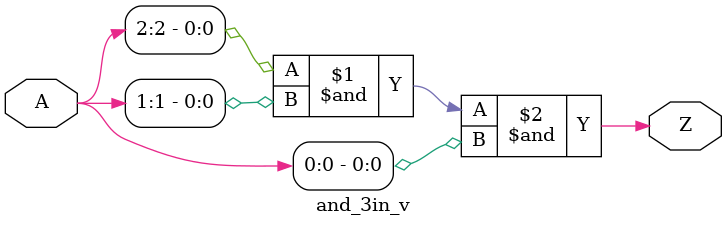
<source format=v>
module and_3in_v(
  input [2:0] A,
  output Z
  );

  and(Z, A[2], A[1], A[0]);

endmodule //and_3in_v

</source>
